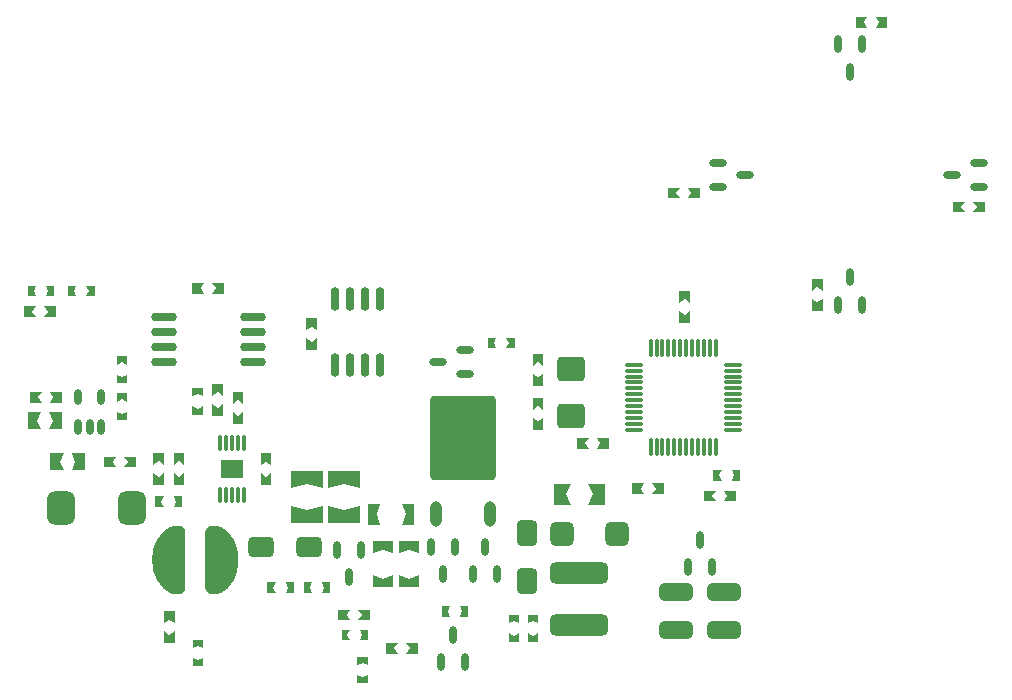
<source format=gtp>
G04 Layer_Color=8421504*
%FSLAX24Y24*%
%MOIN*%
G70*
G01*
G75*
G04:AMPARAMS|DCode=13|XSize=90.6mil|YSize=82.7mil|CornerRadius=12.4mil|HoleSize=0mil|Usage=FLASHONLY|Rotation=0.000|XOffset=0mil|YOffset=0mil|HoleType=Round|Shape=RoundedRectangle|*
%AMROUNDEDRECTD13*
21,1,0.0906,0.0579,0,0,0.0*
21,1,0.0657,0.0827,0,0,0.0*
1,1,0.0248,0.0329,-0.0289*
1,1,0.0248,-0.0329,-0.0289*
1,1,0.0248,-0.0329,0.0289*
1,1,0.0248,0.0329,0.0289*
%
%ADD13ROUNDEDRECTD13*%
G04:AMPARAMS|DCode=14|XSize=86.6mil|YSize=68.9mil|CornerRadius=17.2mil|HoleSize=0mil|Usage=FLASHONLY|Rotation=90.000|XOffset=0mil|YOffset=0mil|HoleType=Round|Shape=RoundedRectangle|*
%AMROUNDEDRECTD14*
21,1,0.0866,0.0344,0,0,90.0*
21,1,0.0522,0.0689,0,0,90.0*
1,1,0.0344,0.0172,0.0261*
1,1,0.0344,0.0172,-0.0261*
1,1,0.0344,-0.0172,-0.0261*
1,1,0.0344,-0.0172,0.0261*
%
%ADD14ROUNDEDRECTD14*%
G04:AMPARAMS|DCode=15|XSize=194.9mil|YSize=70.9mil|CornerRadius=17.7mil|HoleSize=0mil|Usage=FLASHONLY|Rotation=180.000|XOffset=0mil|YOffset=0mil|HoleType=Round|Shape=RoundedRectangle|*
%AMROUNDEDRECTD15*
21,1,0.1949,0.0354,0,0,180.0*
21,1,0.1594,0.0709,0,0,180.0*
1,1,0.0354,-0.0797,0.0177*
1,1,0.0354,0.0797,0.0177*
1,1,0.0354,0.0797,-0.0177*
1,1,0.0354,-0.0797,-0.0177*
%
%ADD15ROUNDEDRECTD15*%
G04:AMPARAMS|DCode=16|XSize=279.5mil|YSize=218.5mil|CornerRadius=10.9mil|HoleSize=0mil|Usage=FLASHONLY|Rotation=90.000|XOffset=0mil|YOffset=0mil|HoleType=Round|Shape=RoundedRectangle|*
%AMROUNDEDRECTD16*
21,1,0.2795,0.1967,0,0,90.0*
21,1,0.2577,0.2185,0,0,90.0*
1,1,0.0219,0.0983,0.1288*
1,1,0.0219,0.0983,-0.1288*
1,1,0.0219,-0.0983,-0.1288*
1,1,0.0219,-0.0983,0.1288*
%
%ADD16ROUNDEDRECTD16*%
%ADD17O,0.0394X0.0846*%
%ADD20O,0.0281X0.0591*%
G04:AMPARAMS|DCode=21|XSize=82.7mil|YSize=78.7mil|CornerRadius=19.7mil|HoleSize=0mil|Usage=FLASHONLY|Rotation=270.000|XOffset=0mil|YOffset=0mil|HoleType=Round|Shape=RoundedRectangle|*
%AMROUNDEDRECTD21*
21,1,0.0827,0.0394,0,0,270.0*
21,1,0.0433,0.0787,0,0,270.0*
1,1,0.0394,-0.0197,-0.0217*
1,1,0.0394,-0.0197,0.0217*
1,1,0.0394,0.0197,0.0217*
1,1,0.0394,0.0197,-0.0217*
%
%ADD21ROUNDEDRECTD21*%
%ADD24R,0.0728X0.0610*%
%ADD25O,0.0118X0.0571*%
G04:AMPARAMS|DCode=26|XSize=94.5mil|YSize=110.2mil|CornerRadius=23.6mil|HoleSize=0mil|Usage=FLASHONLY|Rotation=180.000|XOffset=0mil|YOffset=0mil|HoleType=Round|Shape=RoundedRectangle|*
%AMROUNDEDRECTD26*
21,1,0.0945,0.0630,0,0,180.0*
21,1,0.0472,0.1102,0,0,180.0*
1,1,0.0472,-0.0236,0.0315*
1,1,0.0472,0.0236,0.0315*
1,1,0.0472,0.0236,-0.0315*
1,1,0.0472,-0.0236,-0.0315*
%
%ADD26ROUNDEDRECTD26*%
G04:AMPARAMS|DCode=27|XSize=86.6mil|YSize=68.9mil|CornerRadius=17.2mil|HoleSize=0mil|Usage=FLASHONLY|Rotation=180.000|XOffset=0mil|YOffset=0mil|HoleType=Round|Shape=RoundedRectangle|*
%AMROUNDEDRECTD27*
21,1,0.0866,0.0344,0,0,180.0*
21,1,0.0522,0.0689,0,0,180.0*
1,1,0.0344,-0.0261,0.0172*
1,1,0.0344,0.0261,0.0172*
1,1,0.0344,0.0261,-0.0172*
1,1,0.0344,-0.0261,-0.0172*
%
%ADD27ROUNDEDRECTD27*%
%ADD30O,0.0236X0.0532*%
%ADD33O,0.0118X0.0630*%
%ADD34O,0.0630X0.0118*%
%ADD35O,0.0591X0.0281*%
%ADD36O,0.0850X0.0295*%
%ADD37O,0.0295X0.0800*%
G04:AMPARAMS|DCode=38|XSize=110.2mil|YSize=59.1mil|CornerRadius=14.8mil|HoleSize=0mil|Usage=FLASHONLY|Rotation=0.000|XOffset=0mil|YOffset=0mil|HoleType=Round|Shape=RoundedRectangle|*
%AMROUNDEDRECTD38*
21,1,0.1102,0.0295,0,0,0.0*
21,1,0.0807,0.0591,0,0,0.0*
1,1,0.0295,0.0404,-0.0148*
1,1,0.0295,-0.0404,-0.0148*
1,1,0.0295,-0.0404,0.0148*
1,1,0.0295,0.0404,0.0148*
%
%ADD38ROUNDEDRECTD38*%
G36*
X42854Y32835D02*
X42461D01*
X42579Y33012D01*
X42461Y33189D01*
X42854D01*
Y32835D01*
D02*
G37*
G36*
X42067Y33012D02*
X42185Y32835D01*
X41791D01*
Y33189D01*
X42185D01*
X42067Y33012D01*
D02*
G37*
G36*
X36594Y27136D02*
X36201D01*
X36319Y27313D01*
X36201Y27490D01*
X36594D01*
Y27136D01*
D02*
G37*
G36*
X35807Y27313D02*
X35925Y27136D01*
X35531D01*
Y27490D01*
X35925D01*
X35807Y27313D01*
D02*
G37*
G36*
X46102Y26673D02*
X45709D01*
X45827Y26850D01*
X45709Y27028D01*
X46102D01*
Y26673D01*
D02*
G37*
G36*
X45315Y26850D02*
X45433Y26673D01*
X45039D01*
Y27028D01*
X45433D01*
X45315Y26850D01*
D02*
G37*
G36*
X40689Y24065D02*
X40512Y24183D01*
X40335Y24065D01*
Y24459D01*
X40689D01*
Y24065D01*
D02*
G37*
G36*
X20748Y23967D02*
X20354D01*
X20472Y24144D01*
X20354Y24321D01*
X20748D01*
Y23967D01*
D02*
G37*
G36*
X19961Y24144D02*
X20079Y23967D01*
X19685D01*
Y24321D01*
X20079D01*
X19961Y24144D01*
D02*
G37*
G36*
X16427Y23878D02*
X16151D01*
X16230Y24055D01*
X16151Y24232D01*
X16427D01*
Y23878D01*
D02*
G37*
G36*
X15738Y24055D02*
X15817Y23878D01*
X15541D01*
Y24232D01*
X15817D01*
X15738Y24055D01*
D02*
G37*
G36*
X15079Y23878D02*
X14803D01*
X14882Y24055D01*
X14803Y24232D01*
X15079D01*
Y23878D01*
D02*
G37*
G36*
X14390Y24055D02*
X14468Y23878D01*
X14193D01*
Y24232D01*
X14468D01*
X14390Y24055D01*
D02*
G37*
G36*
X40689Y23396D02*
X40335D01*
Y23789D01*
X40512Y23671D01*
X40689Y23789D01*
Y23396D01*
D02*
G37*
G36*
X36270Y23652D02*
X36093Y23770D01*
X35915Y23652D01*
Y24045D01*
X36270D01*
Y23652D01*
D02*
G37*
G36*
Y22982D02*
X35915D01*
Y23376D01*
X36093Y23258D01*
X36270Y23376D01*
Y22982D01*
D02*
G37*
G36*
X15138Y23189D02*
X14744D01*
X14862Y23366D01*
X14744Y23543D01*
X15138D01*
Y23189D01*
D02*
G37*
G36*
X14350Y23366D02*
X14468Y23189D01*
X14075D01*
Y23543D01*
X14468D01*
X14350Y23366D01*
D02*
G37*
G36*
X23839Y22746D02*
X23661Y22864D01*
X23484Y22746D01*
Y23140D01*
X23839D01*
Y22746D01*
D02*
G37*
G36*
Y22077D02*
X23484D01*
Y22470D01*
X23661Y22352D01*
X23839Y22470D01*
Y22077D01*
D02*
G37*
G36*
X30423Y22136D02*
X30148D01*
X30226Y22313D01*
X30148Y22490D01*
X30423D01*
Y22136D01*
D02*
G37*
G36*
X29734Y22313D02*
X29813Y22136D01*
X29538D01*
Y22490D01*
X29813D01*
X29734Y22313D01*
D02*
G37*
G36*
X17520Y21594D02*
X17343Y21673D01*
X17165Y21594D01*
Y21870D01*
X17520D01*
Y21594D01*
D02*
G37*
G36*
X31388Y21565D02*
X31211Y21683D01*
X31033Y21565D01*
Y21959D01*
X31388D01*
Y21565D01*
D02*
G37*
G36*
X17520Y20984D02*
X17165D01*
Y21260D01*
X17343Y21181D01*
X17520Y21260D01*
Y20984D01*
D02*
G37*
G36*
X31388Y20896D02*
X31033D01*
Y21289D01*
X31211Y21171D01*
X31388Y21289D01*
Y20896D01*
D02*
G37*
G36*
X20709Y20551D02*
X20531Y20669D01*
X20354Y20551D01*
Y20945D01*
X20709D01*
Y20551D01*
D02*
G37*
G36*
X20039Y20541D02*
X19862Y20620D01*
X19685Y20541D01*
Y20817D01*
X20039D01*
Y20541D01*
D02*
G37*
G36*
X17520Y20364D02*
X17343Y20443D01*
X17165Y20364D01*
Y20640D01*
X17520D01*
Y20364D01*
D02*
G37*
G36*
X15325Y20325D02*
X14931D01*
X15049Y20502D01*
X14931Y20679D01*
X15325D01*
Y20325D01*
D02*
G37*
G36*
X14537Y20502D02*
X14656Y20325D01*
X14262D01*
Y20679D01*
X14656D01*
X14537Y20502D01*
D02*
G37*
G36*
X21378Y20285D02*
X21201Y20404D01*
X21024Y20285D01*
Y20679D01*
X21378D01*
Y20285D01*
D02*
G37*
G36*
X20709Y19882D02*
X20354D01*
Y20276D01*
X20531Y20157D01*
X20709Y20276D01*
Y19882D01*
D02*
G37*
G36*
X20039Y19931D02*
X19685D01*
Y20207D01*
X19862Y20128D01*
X20039Y20207D01*
Y19931D01*
D02*
G37*
G36*
X31387Y20098D02*
X31210Y20217D01*
X31033Y20098D01*
Y20492D01*
X31387D01*
Y20098D01*
D02*
G37*
G36*
X17520Y19754D02*
X17165D01*
Y20030D01*
X17343Y19951D01*
X17520Y20030D01*
Y19754D01*
D02*
G37*
G36*
X21378Y19616D02*
X21024D01*
Y20010D01*
X21201Y19892D01*
X21378Y20010D01*
Y19616D01*
D02*
G37*
G36*
X31387Y19429D02*
X31033D01*
Y19823D01*
X31210Y19705D01*
X31387Y19823D01*
Y19429D01*
D02*
G37*
G36*
X15354Y19449D02*
X14902D01*
X15030Y19734D01*
X14902Y20020D01*
X15354D01*
Y19449D01*
D02*
G37*
G36*
X14518Y19734D02*
X14646Y19449D01*
X14193D01*
Y20020D01*
X14646D01*
X14518Y19734D01*
D02*
G37*
G36*
X33563Y18799D02*
X33169D01*
X33287Y18976D01*
X33169Y19154D01*
X33563D01*
Y18799D01*
D02*
G37*
G36*
X32776Y18976D02*
X32894Y18799D01*
X32500D01*
Y19154D01*
X32894D01*
X32776Y18976D01*
D02*
G37*
G36*
X19419Y18258D02*
X19242Y18376D01*
X19065Y18258D01*
Y18652D01*
X19419D01*
Y18258D01*
D02*
G37*
G36*
X18740D02*
X18563Y18376D01*
X18386Y18258D01*
Y18652D01*
X18740D01*
Y18258D01*
D02*
G37*
G36*
X22313Y18248D02*
X22136Y18366D01*
X21959Y18248D01*
Y18642D01*
X22313D01*
Y18248D01*
D02*
G37*
G36*
X17815Y18179D02*
X17421D01*
X17539Y18356D01*
X17421Y18533D01*
X17815D01*
Y18179D01*
D02*
G37*
G36*
X17028Y18356D02*
X17146Y18179D01*
X16752D01*
Y18533D01*
X17146D01*
X17028Y18356D01*
D02*
G37*
G36*
X16112Y18071D02*
X15659D01*
X15787Y18356D01*
X15659Y18642D01*
X16112D01*
Y18071D01*
D02*
G37*
G36*
X15276Y18356D02*
X15404Y18071D01*
X14951D01*
Y18642D01*
X15404D01*
X15276Y18356D01*
D02*
G37*
G36*
X19419Y17589D02*
X19065D01*
Y17982D01*
X19242Y17864D01*
X19419Y17982D01*
Y17589D01*
D02*
G37*
G36*
X18740D02*
X18386D01*
Y17982D01*
X18563Y17864D01*
X18740Y17982D01*
Y17589D01*
D02*
G37*
G36*
X22313Y17579D02*
X21959D01*
Y17972D01*
X22136Y17854D01*
X22313Y17972D01*
Y17579D01*
D02*
G37*
G36*
X37933Y17726D02*
X37657D01*
X37736Y17904D01*
X37657Y18081D01*
X37933D01*
Y17726D01*
D02*
G37*
G36*
X37244Y17904D02*
X37323Y17726D01*
X37047D01*
Y18081D01*
X37323D01*
X37244Y17904D01*
D02*
G37*
G36*
X25256Y17470D02*
X24724Y17628D01*
X24193Y17470D01*
Y18041D01*
X25256D01*
Y17470D01*
D02*
G37*
G36*
X24026D02*
X23494Y17628D01*
X22963Y17470D01*
Y18041D01*
X24026D01*
Y17470D01*
D02*
G37*
G36*
X35413Y17283D02*
X35020D01*
X35138Y17461D01*
X35020Y17638D01*
X35413D01*
Y17283D01*
D02*
G37*
G36*
X34626Y17461D02*
X34744Y17283D01*
X34350D01*
Y17638D01*
X34744D01*
X34626Y17461D01*
D02*
G37*
G36*
X37795Y17037D02*
X37402D01*
X37520Y17215D01*
X37402Y17392D01*
X37795D01*
Y17037D01*
D02*
G37*
G36*
X37008Y17215D02*
X37126Y17037D01*
X36732D01*
Y17392D01*
X37126D01*
X37008Y17215D01*
D02*
G37*
G36*
X33435Y16919D02*
X32884D01*
X33041Y17274D01*
X32884Y17628D01*
X33435D01*
Y16919D01*
D02*
G37*
G36*
X32136Y17274D02*
X32293Y16919D01*
X31742D01*
Y17628D01*
X32293D01*
X32136Y17274D01*
D02*
G37*
G36*
X19339Y16848D02*
X19064D01*
X19142Y17026D01*
X19064Y17203D01*
X19339D01*
Y16848D01*
D02*
G37*
G36*
X18650Y17026D02*
X18729Y16848D01*
X18454D01*
Y17203D01*
X18729D01*
X18650Y17026D01*
D02*
G37*
G36*
X25256Y16329D02*
X24193D01*
Y16900D01*
X24724Y16742D01*
X25256Y16900D01*
Y16329D01*
D02*
G37*
G36*
X24026D02*
X22963D01*
Y16900D01*
X23494Y16742D01*
X24026Y16900D01*
Y16329D01*
D02*
G37*
G36*
X27087Y16260D02*
X26673D01*
X26791Y16604D01*
X26673Y16949D01*
X27087D01*
Y16260D01*
D02*
G37*
G36*
X25827Y16604D02*
X25945Y16260D01*
X25531D01*
Y16949D01*
X25945D01*
X25827Y16604D01*
D02*
G37*
G36*
X27244Y15315D02*
X26900Y15433D01*
X26555Y15315D01*
Y15728D01*
X27244D01*
Y15315D01*
D02*
G37*
G36*
X26388D02*
X26043Y15433D01*
X25699Y15315D01*
Y15728D01*
X26388D01*
Y15315D01*
D02*
G37*
G36*
X27244Y14173D02*
X26555D01*
Y14587D01*
X26900Y14468D01*
X27244Y14587D01*
Y14173D01*
D02*
G37*
G36*
X26388D02*
X25699D01*
Y14587D01*
X26043Y14468D01*
X26388Y14587D01*
Y14173D01*
D02*
G37*
G36*
X24281Y13986D02*
X24006D01*
X24085Y14163D01*
X24006Y14341D01*
X24281D01*
Y13986D01*
D02*
G37*
G36*
X23593Y14163D02*
X23671Y13986D01*
X23396D01*
Y14341D01*
X23671D01*
X23593Y14163D01*
D02*
G37*
G36*
X23071Y13986D02*
X22795D01*
X22874Y14163D01*
X22795Y14341D01*
X23071D01*
Y13986D01*
D02*
G37*
G36*
X22382Y14163D02*
X22461Y13986D01*
X22185D01*
Y14341D01*
X22461D01*
X22382Y14163D01*
D02*
G37*
G36*
X20515Y16218D02*
X20630Y16183D01*
X20737Y16127D01*
X20830Y16050D01*
X20860Y16020D01*
X20972Y15892D01*
X21065Y15749D01*
X21138Y15596D01*
X21139Y15592D01*
X21184Y15452D01*
X21211Y15308D01*
X21220Y15161D01*
X21220Y15029D01*
X21211Y14874D01*
X21182Y14721D01*
X21134Y14573D01*
X21134Y14572D01*
X21064Y14424D01*
X20974Y14288D01*
X20867Y14164D01*
X20824Y14121D01*
X20734Y14047D01*
X20631Y13992D01*
X20519Y13958D01*
X20403Y13947D01*
X20335D01*
X20268Y13957D01*
X20207Y13988D01*
X20159Y14036D01*
X20129Y14096D01*
X20118Y14163D01*
Y16014D01*
X20129Y16081D01*
X20159Y16141D01*
X20207Y16189D01*
X20268Y16220D01*
X20335Y16230D01*
X20395D01*
X20515Y16218D01*
D02*
G37*
G36*
X19299Y16220D02*
X19360Y16189D01*
X19407Y16141D01*
X19438Y16081D01*
X19449Y16014D01*
Y14163D01*
X19438Y14096D01*
X19407Y14036D01*
X19360Y13988D01*
X19299Y13957D01*
X19232Y13947D01*
X19172D01*
X19052Y13959D01*
X18937Y13994D01*
X18830Y14051D01*
X18737Y14127D01*
X18707Y14157D01*
X18595Y14285D01*
X18502Y14428D01*
X18429Y14581D01*
X18428Y14585D01*
X18383Y14725D01*
X18356Y14870D01*
X18346Y15017D01*
X18346Y15148D01*
X18356Y15303D01*
X18385Y15456D01*
X18433Y15604D01*
X18433Y15605D01*
X18503Y15753D01*
X18593Y15890D01*
X18700Y16013D01*
X18743Y16056D01*
X18833Y16130D01*
X18936Y16185D01*
X19048Y16219D01*
X19164Y16230D01*
X19232D01*
X19299Y16220D01*
D02*
G37*
G36*
X28878Y13199D02*
X28602D01*
X28681Y13376D01*
X28602Y13553D01*
X28878D01*
Y13199D01*
D02*
G37*
G36*
X28189Y13376D02*
X28268Y13199D01*
X27992D01*
Y13553D01*
X28268D01*
X28189Y13376D01*
D02*
G37*
G36*
X25610Y13071D02*
X25217D01*
X25335Y13248D01*
X25217Y13425D01*
X25610D01*
Y13071D01*
D02*
G37*
G36*
X24823Y13248D02*
X24941Y13071D01*
X24547D01*
Y13425D01*
X24941D01*
X24823Y13248D01*
D02*
G37*
G36*
X19094Y12982D02*
X18917Y13100D01*
X18740Y12982D01*
Y13376D01*
X19094D01*
Y12982D01*
D02*
G37*
G36*
X31220Y12972D02*
X31043Y13051D01*
X30866Y12972D01*
Y13248D01*
X31220D01*
Y12972D01*
D02*
G37*
G36*
X30581D02*
X30404Y13051D01*
X30226Y12972D01*
Y13248D01*
X30581D01*
Y12972D01*
D02*
G37*
G36*
X19094Y12313D02*
X18740D01*
Y12707D01*
X18917Y12589D01*
X19094Y12707D01*
Y12313D01*
D02*
G37*
G36*
X31220Y12362D02*
X30866D01*
Y12638D01*
X31043Y12559D01*
X31220Y12638D01*
Y12362D01*
D02*
G37*
G36*
X30581D02*
X30226D01*
Y12638D01*
X30404Y12559D01*
X30581Y12638D01*
Y12362D01*
D02*
G37*
G36*
X25541Y12402D02*
X25266D01*
X25344Y12579D01*
X25266Y12756D01*
X25541D01*
Y12402D01*
D02*
G37*
G36*
X24853Y12579D02*
X24931Y12402D01*
X24656D01*
Y12756D01*
X24931D01*
X24853Y12579D01*
D02*
G37*
G36*
X20049Y12155D02*
X19872Y12234D01*
X19695Y12155D01*
Y12431D01*
X20049D01*
Y12155D01*
D02*
G37*
G36*
X27205Y11959D02*
X26811D01*
X26929Y12136D01*
X26811Y12313D01*
X27205D01*
Y11959D01*
D02*
G37*
G36*
X26417Y12136D02*
X26535Y11959D01*
X26142D01*
Y12313D01*
X26535D01*
X26417Y12136D01*
D02*
G37*
G36*
X20049Y11545D02*
X19695D01*
Y11821D01*
X19872Y11742D01*
X20049Y11821D01*
Y11545D01*
D02*
G37*
G36*
X25541Y11584D02*
X25364Y11663D01*
X25187Y11584D01*
Y11860D01*
X25541D01*
Y11584D01*
D02*
G37*
G36*
Y10974D02*
X25187D01*
Y11250D01*
X25364Y11171D01*
X25541Y11250D01*
Y10974D01*
D02*
G37*
D13*
X32303Y19892D02*
D03*
Y21467D02*
D03*
D14*
X30827Y14380D02*
D03*
Y15994D02*
D03*
D15*
X32579Y12913D02*
D03*
Y14646D02*
D03*
D16*
X28701Y19163D02*
D03*
D17*
X27803Y16604D02*
D03*
X29598D02*
D03*
D20*
X29445Y15521D02*
D03*
X29845Y14611D02*
D03*
X29045D02*
D03*
X28045D02*
D03*
X27645Y15521D02*
D03*
X28445D02*
D03*
X24915Y14523D02*
D03*
X24515Y15433D02*
D03*
X25315D02*
D03*
X28372Y12598D02*
D03*
X28772Y11688D02*
D03*
X27972D02*
D03*
X41598Y31359D02*
D03*
X41198Y32269D02*
D03*
X41998D02*
D03*
X41591Y24508D02*
D03*
X41991Y23598D02*
D03*
X41191D02*
D03*
X36611Y15767D02*
D03*
X37011Y14857D02*
D03*
X36211D02*
D03*
D21*
X33829Y15945D02*
D03*
X32018D02*
D03*
D24*
X21004Y18110D02*
D03*
D25*
X21398Y17244D02*
D03*
X21201D02*
D03*
X21004D02*
D03*
X20807D02*
D03*
X20610D02*
D03*
Y18976D02*
D03*
X20807D02*
D03*
X21004D02*
D03*
X21201D02*
D03*
X21398D02*
D03*
D26*
X17666Y16821D02*
D03*
X15306D02*
D03*
D27*
X23583Y15531D02*
D03*
X21969D02*
D03*
D30*
X16634Y19518D02*
D03*
Y20502D02*
D03*
X15886Y19518D02*
D03*
Y20502D02*
D03*
X16260Y19518D02*
D03*
D33*
X34961Y18858D02*
D03*
X35157D02*
D03*
X35354D02*
D03*
X35551D02*
D03*
X35748D02*
D03*
X35945D02*
D03*
X36142D02*
D03*
X36339D02*
D03*
X36535D02*
D03*
X36732D02*
D03*
Y22165D02*
D03*
X36535D02*
D03*
X36339D02*
D03*
X36142D02*
D03*
X35945D02*
D03*
X35748D02*
D03*
X35551D02*
D03*
X35354D02*
D03*
X35157D02*
D03*
X34961D02*
D03*
X36929Y18858D02*
D03*
X37126D02*
D03*
Y22165D02*
D03*
X36929D02*
D03*
D34*
X37697Y19429D02*
D03*
Y19626D02*
D03*
Y19823D02*
D03*
Y20020D02*
D03*
Y20217D02*
D03*
Y20807D02*
D03*
Y21004D02*
D03*
Y21201D02*
D03*
Y21398D02*
D03*
Y21594D02*
D03*
Y20413D02*
D03*
Y20610D02*
D03*
X34390Y20217D02*
D03*
Y20020D02*
D03*
Y19823D02*
D03*
Y19626D02*
D03*
Y19429D02*
D03*
Y21594D02*
D03*
Y21398D02*
D03*
Y21201D02*
D03*
Y21004D02*
D03*
Y20807D02*
D03*
Y20610D02*
D03*
Y20413D02*
D03*
D35*
X27865Y21670D02*
D03*
X28775Y22070D02*
D03*
Y21270D02*
D03*
X45000Y27920D02*
D03*
X45910Y28320D02*
D03*
Y27520D02*
D03*
X38120Y27920D02*
D03*
X37210Y27520D02*
D03*
Y28320D02*
D03*
D36*
X21690Y22199D02*
D03*
X18740D02*
D03*
X21690Y23199D02*
D03*
Y22699D02*
D03*
Y21699D02*
D03*
X18740Y23199D02*
D03*
Y22699D02*
D03*
Y21699D02*
D03*
D37*
X24429Y21594D02*
D03*
X24929D02*
D03*
Y23794D02*
D03*
X24429D02*
D03*
X25929Y21594D02*
D03*
Y23794D02*
D03*
X25429Y21594D02*
D03*
Y23794D02*
D03*
D38*
X35807Y12746D02*
D03*
Y14006D02*
D03*
X37402Y12746D02*
D03*
Y14006D02*
D03*
M02*

</source>
